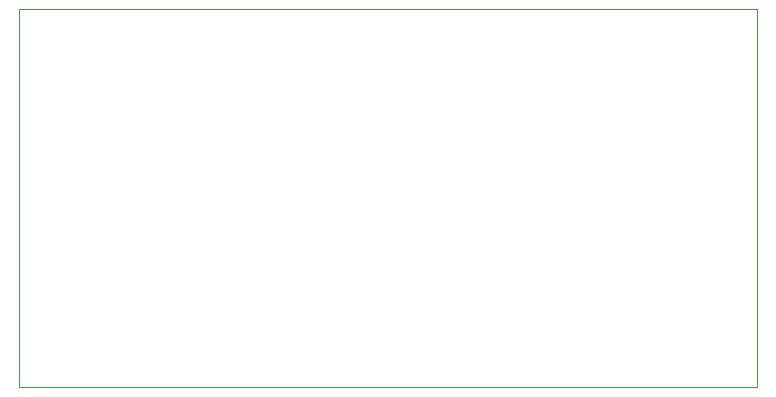
<source format=gm1>
G04 #@! TF.GenerationSoftware,KiCad,Pcbnew,9.0.0*
G04 #@! TF.CreationDate,2025-03-21T14:48:03+11:00*
G04 #@! TF.ProjectId,PCB_BackDesign,5043425f-4261-4636-9b44-657369676e2e,rev?*
G04 #@! TF.SameCoordinates,Original*
G04 #@! TF.FileFunction,Profile,NP*
%FSLAX46Y46*%
G04 Gerber Fmt 4.6, Leading zero omitted, Abs format (unit mm)*
G04 Created by KiCad (PCBNEW 9.0.0) date 2025-03-21 14:48:03*
%MOMM*%
%LPD*%
G01*
G04 APERTURE LIST*
G04 #@! TA.AperFunction,Profile*
%ADD10C,0.050000*%
G04 #@! TD*
G04 APERTURE END LIST*
D10*
X172000000Y-67000000D02*
X172000000Y-99000000D01*
X109500000Y-67000000D02*
X172000000Y-67000000D01*
X172000000Y-99000000D02*
X109500000Y-99000000D01*
X109500000Y-99000000D02*
X109500000Y-67000000D01*
M02*

</source>
